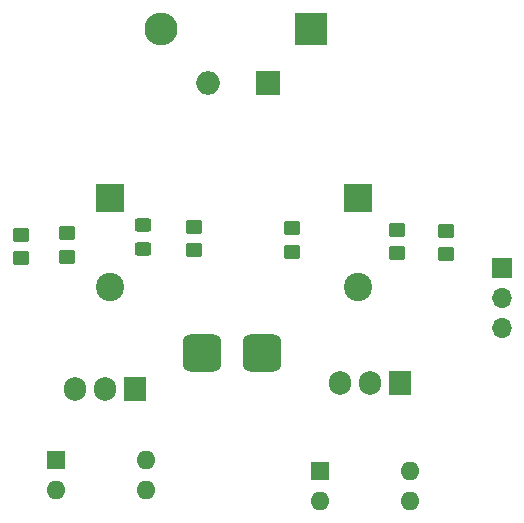
<source format=gbr>
%TF.GenerationSoftware,KiCad,Pcbnew,8.0.0-dirty*%
%TF.CreationDate,2024-03-12T22:31:02-04:00*%
%TF.ProjectId,KickerPCB,4b69636b-6572-4504-9342-2e6b69636164,rev?*%
%TF.SameCoordinates,Original*%
%TF.FileFunction,Soldermask,Bot*%
%TF.FilePolarity,Negative*%
%FSLAX46Y46*%
G04 Gerber Fmt 4.6, Leading zero omitted, Abs format (unit mm)*
G04 Created by KiCad (PCBNEW 8.0.0-dirty) date 2024-03-12 22:31:02*
%MOMM*%
%LPD*%
G01*
G04 APERTURE LIST*
G04 Aperture macros list*
%AMRoundRect*
0 Rectangle with rounded corners*
0 $1 Rounding radius*
0 $2 $3 $4 $5 $6 $7 $8 $9 X,Y pos of 4 corners*
0 Add a 4 corners polygon primitive as box body*
4,1,4,$2,$3,$4,$5,$6,$7,$8,$9,$2,$3,0*
0 Add four circle primitives for the rounded corners*
1,1,$1+$1,$2,$3*
1,1,$1+$1,$4,$5*
1,1,$1+$1,$6,$7*
1,1,$1+$1,$8,$9*
0 Add four rect primitives between the rounded corners*
20,1,$1+$1,$2,$3,$4,$5,0*
20,1,$1+$1,$4,$5,$6,$7,0*
20,1,$1+$1,$6,$7,$8,$9,0*
20,1,$1+$1,$8,$9,$2,$3,0*%
G04 Aperture macros list end*
%ADD10R,2.400000X2.400000*%
%ADD11C,2.400000*%
%ADD12R,1.600000X1.600000*%
%ADD13O,1.600000X1.600000*%
%ADD14R,2.800000X2.800000*%
%ADD15O,2.800000X2.800000*%
%ADD16R,1.700000X1.700000*%
%ADD17O,1.700000X1.700000*%
%ADD18R,1.905000X2.000000*%
%ADD19O,1.905000X2.000000*%
%ADD20R,2.000000X2.000000*%
%ADD21O,2.000000X2.000000*%
%ADD22RoundRect,0.250000X-0.450000X0.350000X-0.450000X-0.350000X0.450000X-0.350000X0.450000X0.350000X0*%
%ADD23RoundRect,0.250000X0.450000X-0.325000X0.450000X0.325000X-0.450000X0.325000X-0.450000X-0.325000X0*%
%ADD24RoundRect,0.825000X0.825000X0.825000X-0.825000X0.825000X-0.825000X-0.825000X0.825000X-0.825000X0*%
G04 APERTURE END LIST*
D10*
%TO.C,U14*%
X107426407Y-64957108D03*
D11*
X107426407Y-72457108D03*
%TD*%
D12*
%TO.C,U9*%
X81870000Y-87075000D03*
D13*
X81870000Y-89615000D03*
X89490000Y-89615000D03*
X89490000Y-87075000D03*
%TD*%
D14*
%TO.C,U11*%
X103430000Y-50620000D03*
D15*
X90730000Y-50620000D03*
%TD*%
D16*
%TO.C,J1*%
X119610000Y-70900000D03*
D17*
X119610000Y-73440000D03*
X119610000Y-75980000D03*
%TD*%
D18*
%TO.C,U10*%
X88580000Y-81080000D03*
D19*
X86040000Y-81080000D03*
X83500000Y-81080000D03*
%TD*%
D20*
%TO.C,R1*%
X99780000Y-55215000D03*
D21*
X94700000Y-55215000D03*
%TD*%
D18*
%TO.C,U3*%
X110960000Y-80625000D03*
D19*
X108420000Y-80625000D03*
X105880000Y-80625000D03*
%TD*%
D12*
%TO.C,U4*%
X104220000Y-88055000D03*
D13*
X104220000Y-90595000D03*
X111840000Y-90595000D03*
X111840000Y-88055000D03*
%TD*%
D10*
%TO.C,U6*%
X86476407Y-64944888D03*
D11*
X86476407Y-72444888D03*
%TD*%
D22*
%TO.C,R2*%
X101880000Y-67490000D03*
X101880000Y-69490000D03*
%TD*%
D23*
%TO.C,D1*%
X89240000Y-69270000D03*
X89240000Y-67220000D03*
%TD*%
D22*
%TO.C,U1*%
X110740000Y-67620000D03*
X110740000Y-69620000D03*
%TD*%
%TO.C,R3*%
X114850000Y-67690000D03*
X114850000Y-69690000D03*
%TD*%
%TO.C,U12*%
X78880000Y-68030000D03*
X78880000Y-70030000D03*
%TD*%
%TO.C,U8*%
X82820000Y-67900000D03*
X82820000Y-69900000D03*
%TD*%
%TO.C,U7*%
X93540000Y-67360000D03*
X93540000Y-69360000D03*
%TD*%
D24*
%TO.C,U13*%
X99280000Y-78040000D03*
X94200000Y-78040000D03*
%TD*%
M02*

</source>
